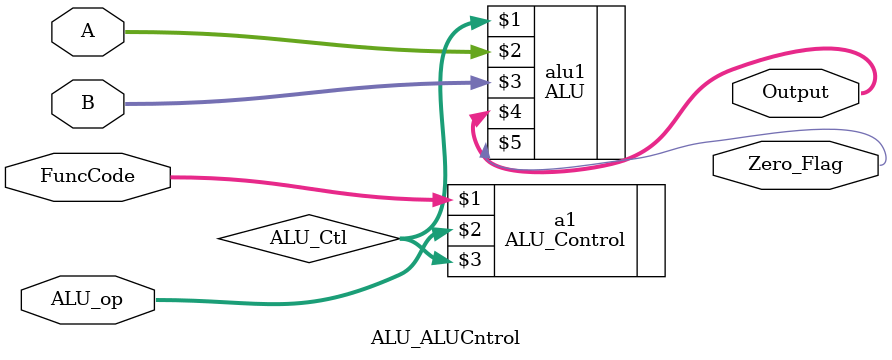
<source format=v>
`timescale 1ns / 1ps

module ALU_ALUCntrol(
input   [5:0] FuncCode,
	input   [1:0] ALU_op,
	input  [31:0] A, B,
	output  [31:0] Output,
	output 		  Zero_Flag
    );


		wire [3:0] ALU_Ctl;
						
		ALU_Control	a1( FuncCode , ALU_op, ALU_Ctl);
						
		ALU alu1 ( ALU_Ctl, A, B, Output, Zero_Flag);

endmodule
</source>
